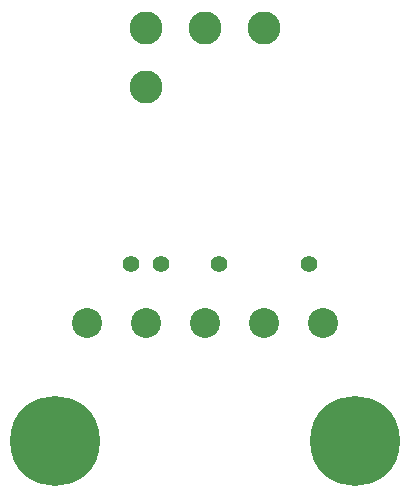
<source format=gtl>
G04 (created by PCBNEW (2013-07-07 BZR 4022)-stable) date 7/29/2015 5:29:03 PM*
%MOIN*%
G04 Gerber Fmt 3.4, Leading zero omitted, Abs format*
%FSLAX34Y34*%
G01*
G70*
G90*
G04 APERTURE LIST*
%ADD10C,0.00590551*%
%ADD11C,0.055*%
%ADD12C,0.110236*%
%ADD13C,0.1*%
%ADD14C,0.3*%
G04 APERTURE END LIST*
G54D10*
G54D11*
X98893Y-45275D03*
X101893Y-45275D03*
X95956Y-45275D03*
X96956Y-45275D03*
G54D12*
X98425Y-37401D03*
X100393Y-37401D03*
X96456Y-37401D03*
X96456Y-39370D03*
G54D13*
X94488Y-47244D03*
X96456Y-47244D03*
X98425Y-47244D03*
X100393Y-47244D03*
X102362Y-47244D03*
G54D14*
X93425Y-51181D03*
X103425Y-51181D03*
M02*

</source>
